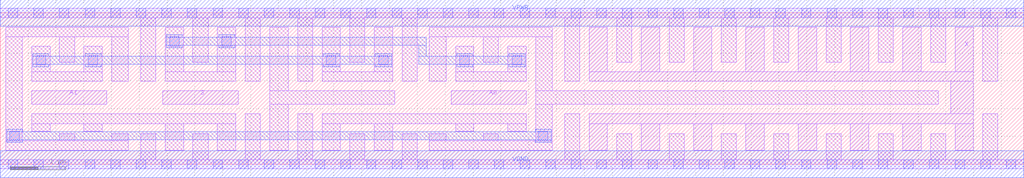
<source format=lef>
# Copyright 2020 The SkyWater PDK Authors
#
# Licensed under the Apache License, Version 2.0 (the "License");
# you may not use this file except in compliance with the License.
# You may obtain a copy of the License at
#
#     https://www.apache.org/licenses/LICENSE-2.0
#
# Unless required by applicable law or agreed to in writing, software
# distributed under the License is distributed on an "AS IS" BASIS,
# WITHOUT WARRANTIES OR CONDITIONS OF ANY KIND, either express or implied.
# See the License for the specific language governing permissions and
# limitations under the License.
#
# SPDX-License-Identifier: Apache-2.0

VERSION 5.7 ;
  NAMESCASESENSITIVE ON ;
  NOWIREEXTENSIONATPIN ON ;
  DIVIDERCHAR "/" ;
  BUSBITCHARS "[]" ;
UNITS
  DATABASE MICRONS 200 ;
END UNITS
PROPERTYDEFINITIONS
  MACRO maskLayoutSubType STRING ;
  MACRO prCellType STRING ;
  MACRO originalViewName STRING ;
END PROPERTYDEFINITIONS
MACRO sky130_fd_sc_hdll__mux2_16
  CLASS CORE ;
  FOREIGN sky130_fd_sc_hdll__mux2_16 ;
  ORIGIN  0.000000  0.000000 ;
  SIZE  18.40000 BY  2.720000 ;
  SYMMETRY X Y R90 ;
  SITE unithd ;
  PIN A0
    ANTENNAGATEAREA  1.110000 ;
    DIRECTION INPUT ;
    USE SIGNAL ;
    PORT
      LAYER li1 ;
        RECT 8.105000 1.075000 9.455000 1.325000 ;
    END
  END A0
  PIN A1
    ANTENNAGATEAREA  1.110000 ;
    DIRECTION INPUT ;
    USE SIGNAL ;
    PORT
      LAYER li1 ;
        RECT 0.565000 1.075000 1.915000 1.325000 ;
    END
  END A1
  PIN S
    ANTENNAGATEAREA  1.665000 ;
    DIRECTION INPUT ;
    USE SIGNAL ;
    PORT
      LAYER li1 ;
        RECT 2.925000 1.075000 4.275000 1.325000 ;
    END
  END S
  PIN VGND
    ANTENNADIFFAREA  3.451500 ;
    DIRECTION INOUT ;
    USE SIGNAL ;
    PORT
      LAYER met1 ;
        RECT 0.000000 -0.240000 18.400000 0.240000 ;
    END
  END VGND
  PIN VPWR
    ANTENNADIFFAREA  4.270000 ;
    DIRECTION INOUT ;
    USE SIGNAL ;
    PORT
      LAYER met1 ;
        RECT 0.000000 2.480000 18.400000 2.960000 ;
    END
  END VPWR
  PIN X
    ANTENNADIFFAREA  3.724000 ;
    DIRECTION OUTPUT ;
    USE SIGNAL ;
    PORT
      LAYER li1 ;
        RECT 10.585000 0.255000 10.915000 0.725000 ;
        RECT 10.585000 0.725000 17.495000 0.905000 ;
        RECT 10.585000 1.495000 17.495000 1.665000 ;
        RECT 10.585000 1.665000 10.915000 2.465000 ;
        RECT 11.525000 0.255000 11.855000 0.725000 ;
        RECT 11.525000 1.665000 11.855000 2.465000 ;
        RECT 12.465000 0.255000 12.795000 0.725000 ;
        RECT 12.465000 1.665000 12.795000 2.465000 ;
        RECT 13.405000 0.255000 13.735000 0.725000 ;
        RECT 13.405000 1.665000 13.735000 2.465000 ;
        RECT 14.345000 0.255000 14.675000 0.725000 ;
        RECT 14.345000 1.665000 14.675000 2.465000 ;
        RECT 15.285000 0.255000 15.615000 0.725000 ;
        RECT 15.285000 1.665000 15.615000 2.465000 ;
        RECT 16.225000 0.255000 16.555000 0.725000 ;
        RECT 16.225000 1.665000 16.555000 2.465000 ;
        RECT 17.085000 0.905000 17.495000 1.495000 ;
        RECT 17.165000 0.255000 17.495000 0.725000 ;
        RECT 17.165000 1.665000 17.495000 2.465000 ;
    END
  END X
  OBS
    LAYER li1 ;
      RECT  0.000000 -0.085000 18.400000 0.085000 ;
      RECT  0.000000  2.635000 18.400000 2.805000 ;
      RECT  0.095000  0.255000  2.305000 0.425000 ;
      RECT  0.095000  0.425000  0.395000 2.295000 ;
      RECT  0.095000  2.295000  2.305000 2.465000 ;
      RECT  0.565000  0.595000  0.895000 0.725000 ;
      RECT  0.565000  0.725000  4.235000 0.905000 ;
      RECT  0.565000  1.495000  1.835000 1.665000 ;
      RECT  0.565000  1.665000  0.895000 2.125000 ;
      RECT  1.065000  0.425000  1.335000 0.545000 ;
      RECT  1.065000  1.835000  1.335000 2.295000 ;
      RECT  1.505000  0.595000  1.835000 0.725000 ;
      RECT  1.505000  1.665000  1.835000 2.125000 ;
      RECT  2.005000  0.425000  2.305000 0.550000 ;
      RECT  2.005000  1.495000  2.305000 2.295000 ;
      RECT  2.525000  0.085000  2.795000 0.550000 ;
      RECT  2.525000  1.495000  2.795000 2.635000 ;
      RECT  2.965000  0.255000  3.295000 0.725000 ;
      RECT  2.965000  1.495000  4.235000 1.665000 ;
      RECT  2.965000  1.665000  3.295000 2.465000 ;
      RECT  3.465000  0.085000  3.735000 0.545000 ;
      RECT  3.465000  1.835000  3.735000 2.635000 ;
      RECT  3.905000  0.255000  4.235000 0.725000 ;
      RECT  3.905000  1.665000  4.235000 2.465000 ;
      RECT  4.405000  0.085000  4.675000 0.905000 ;
      RECT  4.405000  1.495000  4.675000 2.635000 ;
      RECT  4.845000  0.255000  5.175000 1.075000 ;
      RECT  4.845000  1.075000  7.095000 1.325000 ;
      RECT  4.845000  1.325000  5.175000 2.465000 ;
      RECT  5.345000  0.085000  5.615000 0.905000 ;
      RECT  5.345000  1.495000  5.615000 2.635000 ;
      RECT  5.785000  0.255000  6.115000 0.725000 ;
      RECT  5.785000  0.725000  9.455000 0.905000 ;
      RECT  5.785000  1.495000  7.055000 1.665000 ;
      RECT  5.785000  1.665000  6.115000 2.465000 ;
      RECT  6.285000  0.085000  6.555000 0.545000 ;
      RECT  6.285000  1.835000  6.555000 2.635000 ;
      RECT  6.725000  0.255000  7.055000 0.725000 ;
      RECT  6.725000  1.665000  7.055000 2.465000 ;
      RECT  7.225000  0.085000  7.495000 0.550000 ;
      RECT  7.225000  1.495000  7.495000 2.635000 ;
      RECT  7.715000  0.255000  9.925000 0.425000 ;
      RECT  7.715000  0.425000  8.015000 0.550000 ;
      RECT  7.715000  1.495000  8.015000 2.295000 ;
      RECT  7.715000  2.295000  9.925000 2.465000 ;
      RECT  8.185000  0.595000  8.515000 0.725000 ;
      RECT  8.185000  1.495000  9.455000 1.665000 ;
      RECT  8.185000  1.665000  8.515000 2.125000 ;
      RECT  8.685000  0.425000  8.955000 0.545000 ;
      RECT  8.685000  1.835000  8.955000 2.295000 ;
      RECT  9.125000  0.595000  9.455000 0.725000 ;
      RECT  9.125000  1.665000  9.455000 2.125000 ;
      RECT  9.625000  0.425000  9.925000 1.075000 ;
      RECT  9.625000  1.075000 16.865000 1.325000 ;
      RECT  9.625000  1.325000  9.925000 2.295000 ;
      RECT 10.145000  0.085000 10.415000 0.905000 ;
      RECT 10.145000  1.495000 10.415000 2.635000 ;
      RECT 11.085000  0.085000 11.355000 0.545000 ;
      RECT 11.085000  1.835000 11.355000 2.635000 ;
      RECT 12.025000  0.085000 12.295000 0.545000 ;
      RECT 12.025000  1.835000 12.295000 2.635000 ;
      RECT 12.965000  0.085000 13.235000 0.545000 ;
      RECT 12.965000  1.835000 13.235000 2.635000 ;
      RECT 13.905000  0.085000 14.175000 0.550000 ;
      RECT 13.905000  1.835000 14.175000 2.635000 ;
      RECT 14.845000  0.085000 15.115000 0.545000 ;
      RECT 14.845000  1.835000 15.115000 2.635000 ;
      RECT 15.785000  0.085000 16.055000 0.545000 ;
      RECT 15.785000  1.835000 16.055000 2.635000 ;
      RECT 16.725000  0.085000 16.995000 0.545000 ;
      RECT 16.725000  1.835000 16.995000 2.635000 ;
      RECT 17.665000  0.085000 17.935000 0.905000 ;
      RECT 17.665000  1.495000 17.935000 2.635000 ;
    LAYER mcon ;
      RECT  0.145000 -0.085000  0.315000 0.085000 ;
      RECT  0.145000  2.635000  0.315000 2.805000 ;
      RECT  0.175000  0.425000  0.345000 0.595000 ;
      RECT  0.605000 -0.085000  0.775000 0.085000 ;
      RECT  0.605000  2.635000  0.775000 2.805000 ;
      RECT  0.645000  1.785000  0.815000 1.955000 ;
      RECT  1.065000 -0.085000  1.235000 0.085000 ;
      RECT  1.065000  2.635000  1.235000 2.805000 ;
      RECT  1.525000 -0.085000  1.695000 0.085000 ;
      RECT  1.525000  2.635000  1.695000 2.805000 ;
      RECT  1.585000  1.785000  1.755000 1.955000 ;
      RECT  1.985000 -0.085000  2.155000 0.085000 ;
      RECT  1.985000  2.635000  2.155000 2.805000 ;
      RECT  2.445000 -0.085000  2.615000 0.085000 ;
      RECT  2.445000  2.635000  2.615000 2.805000 ;
      RECT  2.905000 -0.085000  3.075000 0.085000 ;
      RECT  2.905000  2.635000  3.075000 2.805000 ;
      RECT  3.045000  2.125000  3.215000 2.295000 ;
      RECT  3.365000 -0.085000  3.535000 0.085000 ;
      RECT  3.365000  2.635000  3.535000 2.805000 ;
      RECT  3.825000 -0.085000  3.995000 0.085000 ;
      RECT  3.825000  2.635000  3.995000 2.805000 ;
      RECT  3.985000  2.125000  4.155000 2.295000 ;
      RECT  4.285000 -0.085000  4.455000 0.085000 ;
      RECT  4.285000  2.635000  4.455000 2.805000 ;
      RECT  4.745000 -0.085000  4.915000 0.085000 ;
      RECT  4.745000  2.635000  4.915000 2.805000 ;
      RECT  5.205000 -0.085000  5.375000 0.085000 ;
      RECT  5.205000  2.635000  5.375000 2.805000 ;
      RECT  5.665000 -0.085000  5.835000 0.085000 ;
      RECT  5.665000  2.635000  5.835000 2.805000 ;
      RECT  5.865000  1.785000  6.035000 1.955000 ;
      RECT  6.125000 -0.085000  6.295000 0.085000 ;
      RECT  6.125000  2.635000  6.295000 2.805000 ;
      RECT  6.585000 -0.085000  6.755000 0.085000 ;
      RECT  6.585000  2.635000  6.755000 2.805000 ;
      RECT  6.805000  1.785000  6.975000 1.955000 ;
      RECT  7.045000 -0.085000  7.215000 0.085000 ;
      RECT  7.045000  2.635000  7.215000 2.805000 ;
      RECT  7.505000 -0.085000  7.675000 0.085000 ;
      RECT  7.505000  2.635000  7.675000 2.805000 ;
      RECT  7.965000 -0.085000  8.135000 0.085000 ;
      RECT  7.965000  2.635000  8.135000 2.805000 ;
      RECT  8.265000  1.785000  8.435000 1.955000 ;
      RECT  8.425000 -0.085000  8.595000 0.085000 ;
      RECT  8.425000  2.635000  8.595000 2.805000 ;
      RECT  8.885000 -0.085000  9.055000 0.085000 ;
      RECT  8.885000  2.635000  9.055000 2.805000 ;
      RECT  9.205000  1.785000  9.375000 1.955000 ;
      RECT  9.345000 -0.085000  9.515000 0.085000 ;
      RECT  9.345000  2.635000  9.515000 2.805000 ;
      RECT  9.675000  0.425000  9.845000 0.595000 ;
      RECT  9.805000 -0.085000  9.975000 0.085000 ;
      RECT  9.805000  2.635000  9.975000 2.805000 ;
      RECT 10.265000 -0.085000 10.435000 0.085000 ;
      RECT 10.265000  2.635000 10.435000 2.805000 ;
      RECT 10.725000 -0.085000 10.895000 0.085000 ;
      RECT 10.725000  2.635000 10.895000 2.805000 ;
      RECT 11.185000 -0.085000 11.355000 0.085000 ;
      RECT 11.185000  2.635000 11.355000 2.805000 ;
      RECT 11.645000 -0.085000 11.815000 0.085000 ;
      RECT 11.645000  2.635000 11.815000 2.805000 ;
      RECT 12.105000 -0.085000 12.275000 0.085000 ;
      RECT 12.105000  2.635000 12.275000 2.805000 ;
      RECT 12.565000 -0.085000 12.735000 0.085000 ;
      RECT 12.565000  2.635000 12.735000 2.805000 ;
      RECT 13.025000 -0.085000 13.195000 0.085000 ;
      RECT 13.025000  2.635000 13.195000 2.805000 ;
      RECT 13.485000 -0.085000 13.655000 0.085000 ;
      RECT 13.485000  2.635000 13.655000 2.805000 ;
      RECT 13.945000 -0.085000 14.115000 0.085000 ;
      RECT 13.945000  2.635000 14.115000 2.805000 ;
      RECT 14.405000 -0.085000 14.575000 0.085000 ;
      RECT 14.405000  2.635000 14.575000 2.805000 ;
      RECT 14.865000 -0.085000 15.035000 0.085000 ;
      RECT 14.865000  2.635000 15.035000 2.805000 ;
      RECT 15.325000 -0.085000 15.495000 0.085000 ;
      RECT 15.325000  2.635000 15.495000 2.805000 ;
      RECT 15.785000 -0.085000 15.955000 0.085000 ;
      RECT 15.785000  2.635000 15.955000 2.805000 ;
      RECT 16.245000 -0.085000 16.415000 0.085000 ;
      RECT 16.245000  2.635000 16.415000 2.805000 ;
      RECT 16.705000 -0.085000 16.875000 0.085000 ;
      RECT 16.705000  2.635000 16.875000 2.805000 ;
      RECT 17.165000 -0.085000 17.335000 0.085000 ;
      RECT 17.165000  2.635000 17.335000 2.805000 ;
      RECT 17.625000 -0.085000 17.795000 0.085000 ;
      RECT 17.625000  2.635000 17.795000 2.805000 ;
      RECT 18.085000 -0.085000 18.255000 0.085000 ;
      RECT 18.085000  2.635000 18.255000 2.805000 ;
    LAYER met1 ;
      RECT 0.115000 0.395000 0.405000 0.440000 ;
      RECT 0.115000 0.440000 9.905000 0.580000 ;
      RECT 0.115000 0.580000 0.405000 0.625000 ;
      RECT 0.585000 1.755000 0.875000 1.800000 ;
      RECT 0.585000 1.800000 7.035000 1.940000 ;
      RECT 0.585000 1.940000 0.875000 1.985000 ;
      RECT 1.525000 1.755000 1.815000 1.800000 ;
      RECT 1.525000 1.940000 1.815000 1.985000 ;
      RECT 2.985000 2.095000 3.275000 2.140000 ;
      RECT 2.985000 2.140000 7.660000 2.280000 ;
      RECT 2.985000 2.280000 3.275000 2.325000 ;
      RECT 3.925000 2.095000 4.215000 2.140000 ;
      RECT 3.925000 2.280000 4.215000 2.325000 ;
      RECT 5.805000 1.755000 6.095000 1.800000 ;
      RECT 5.805000 1.940000 6.095000 1.985000 ;
      RECT 6.745000 1.755000 7.035000 1.800000 ;
      RECT 6.745000 1.940000 7.035000 1.985000 ;
      RECT 7.520000 1.800000 9.435000 1.940000 ;
      RECT 7.520000 1.940000 7.660000 2.140000 ;
      RECT 8.205000 1.755000 8.495000 1.800000 ;
      RECT 8.205000 1.940000 8.495000 1.985000 ;
      RECT 9.145000 1.755000 9.435000 1.800000 ;
      RECT 9.145000 1.940000 9.435000 1.985000 ;
      RECT 9.615000 0.395000 9.905000 0.440000 ;
      RECT 9.615000 0.580000 9.905000 0.625000 ;
  END
  PROPERTY maskLayoutSubType "abstract" ;
  PROPERTY prCellType "standard" ;
  PROPERTY originalViewName "layout" ;
END sky130_fd_sc_hdll__mux2_16

</source>
